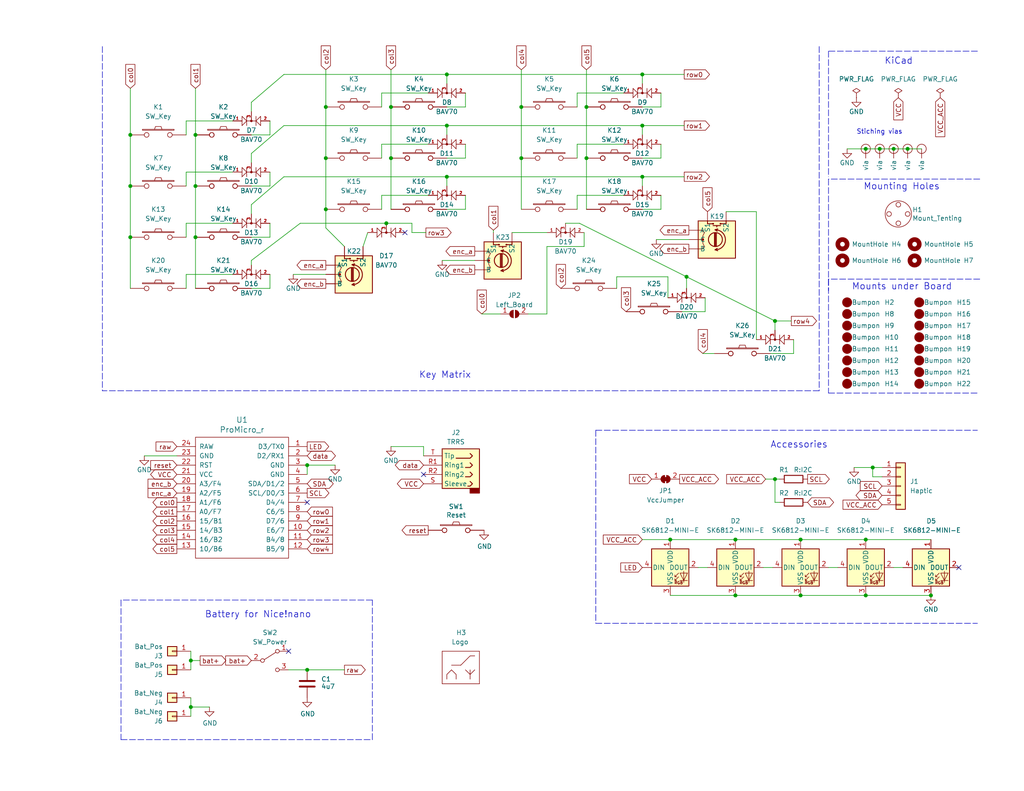
<source format=kicad_sch>
(kicad_sch (version 20211123) (generator eeschema)
  (paper "USLetter")
  (title_block (title "Hillside52 Keyboard") (date "2022-03-27") (rev "0.1.0") (company "mmccoyd") (comment 2 "The ring and pinky columns have splays of five and ten degrees.") (comment 3 "A bottom row inverted T arrow cluster is optional, and one encoder can be in three spots.") (comment 4 "A choc-spaced split keyboard with Ferris column stagger but more thumb and pinky keys."))
  (lib_symbols
    (symbol "Connector_Generic:Conn_01x01" (pin_names (offset 1.016) hide)
      (property "Reference" "J" (at 0 2.54 0))
      (property "Value" "Conn_01x01" (at 0 -2.54 0))
      (symbol "Conn_01x01_1_1"
        (pin passive line (at -5.08 0 0) (length 3.81) (name "Pin_1") (number "1"))
      )
    )
    (symbol "Connector_Generic:Conn_01x05" (pin_names (offset 1.016) hide)
      (property "Reference" "J" (at 0 7.62 0))
      (property "Value" "Conn_01x05" (at 0 -7.62 0))
      (symbol "Conn_01x05_1_1"
        (pin passive line (at -5.08 5.08 0) (length 3.81) (name "Pin_1") (number "1"))
        (pin passive line (at -5.08 2.54 0) (length 3.81) (name "Pin_2") (number "2"))
        (pin passive line (at -5.08 0 0) (length 3.81) (name "Pin_3") (number "3"))
        (pin passive line (at -5.08 -2.54 0) (length 3.81) (name "Pin_4") (number "4"))
        (pin passive line (at -5.08 -5.08 0) (length 3.81) (name "Pin_5") (number "5"))
      )
    )
    (symbol "Device:C" (pin_numbers hide) (pin_names (offset 0.254))
      (property "Reference" "C" (at 0.635 2.54 0))
      (property "Value" "C" (at 0.635 -2.54 0))
      (symbol "C_1_1"
        (pin passive line (at 0 3.81 270) (length 2.794) (name "~") (number "1"))
        (pin passive line (at 0 -3.81 90) (length 2.794) (name "~") (number "2"))
      )
    )
    (symbol "Device:R" (pin_numbers hide) (pin_names (offset 0))
      (property "Reference" "R" (at 2.032 0 90))
      (property "Value" "R" (at 0 0 90))
      (symbol "R_1_1"
        (pin passive line (at 0 3.81 270) (length 1.27) (name "~") (number "1"))
        (pin passive line (at 0 -3.81 90) (length 1.27) (name "~") (number "2"))
      )
    )
    (symbol "Jumper:SolderJumper_2_Bridged" (pin_names (offset 0) hide)
      (property "Reference" "JP" (at 0 2.032 0))
      (property "Value" "SolderJumper_2_Bridged" (at 0 -2.54 0))
      (symbol "SolderJumper_2_Bridged_1_1"
        (pin passive line (at -3.81 0 0) (length 2.54) (name "A") (number "1"))
        (pin passive line (at 3.81 0 180) (length 2.54) (name "B") (number "2"))
      )
    )
    (symbol "Jumper:SolderJumper_2_Open" (pin_names (offset 0) hide)
      (property "Reference" "JP" (at 0 2.032 0))
      (property "Value" "SolderJumper_2_Open" (at 0 -2.54 0))
      (symbol "SolderJumper_2_Open_1_1"
        (pin passive line (at -3.81 0 0) (length 2.54) (name "A") (number "1"))
        (pin passive line (at 3.81 0 180) (length 2.54) (name "B") (number "2"))
      )
    )
    (symbol "Mechanical:MountingHole" (pin_names (offset 1.016))
      (property "Reference" "H" (at 0 5.08 0))
      (property "Value" "MountingHole" (at 0 3.175 0))
    )
    (symbol "Switch:SW_SPDT" (pin_names (offset 0) hide)
      (property "Reference" "SW" (at 0 4.318 0))
      (property "Value" "SW_SPDT" (at 0 -5.08 0))
      (symbol "SW_SPDT_1_1"
        (pin passive line (at 5.08 2.54 180) (length 2.54) (name "A") (number "1"))
        (pin passive line (at -5.08 0 0) (length 2.54) (name "B") (number "2"))
        (pin passive line (at 5.08 -2.54 180) (length 2.54) (name "C") (number "3"))
      )
    )
    (symbol "hillside:Logo" (pin_names (offset 1.016)) (in_bom no)
      (property "Reference" "H" (at 0 -6.35 0))
      (property "Value" "Logo" (at 0 -3.81 0))
    )
    (symbol "hillside:Mount_Tenting" (pin_names (offset 1.016)) (in_bom no)
      (property "Reference" "H" (at 3.81 1.905 0))
      (property "Value" "Mount_Tenting" (at 3.81 -1.905 0))
    )
    (symbol "hillside:ProMicro_r" (pin_names (offset 1.016))
      (property "Reference" "U" (at 1.27 22.86 0))
      (property "Value" "ProMicro_r" (at 1.27 -15.24 0))
      (symbol "ProMicro_r_1_1"
        (pin bidirectional line (at 19.05 17.78 180) (length 5.08) (name "D3/TX0") (number "1"))
        (pin bidirectional line (at 19.05 -5.08 180) (length 5.08) (name "E6/7") (number "10"))
        (pin bidirectional line (at 19.05 -7.62 180) (length 5.08) (name "B4/8") (number "11"))
        (pin bidirectional line (at 19.05 -10.16 180) (length 5.08) (name "B5/9") (number "12"))
        (pin bidirectional line (at -16.51 -10.16 0) (length 5.08) (name "10/B6") (number "13"))
        (pin bidirectional line (at -16.51 -7.62 0) (length 5.08) (name "16/B2") (number "14"))
        (pin bidirectional line (at -16.51 -5.08 0) (length 5.08) (name "14/B3") (number "15"))
        (pin bidirectional line (at -16.51 -2.54 0) (length 5.08) (name "15/B1") (number "16"))
        (pin bidirectional line (at -16.51 0 0) (length 5.08) (name "A0/F7") (number "17"))
        (pin bidirectional line (at -16.51 2.54 0) (length 5.08) (name "A1/F6") (number "18"))
        (pin bidirectional line (at -16.51 5.08 0) (length 5.08) (name "A2/F5") (number "19"))
        (pin bidirectional line (at 19.05 15.24 180) (length 5.08) (name "D2/RX1") (number "2"))
        (pin bidirectional line (at -16.51 7.62 0) (length 5.08) (name "A3/F4") (number "20"))
        (pin power_in line (at -16.51 10.16 0) (length 5.08) (name "VCC") (number "21"))
        (pin input line (at -16.51 12.7 0) (length 5.08) (name "RST") (number "22"))
        (pin power_in line (at -16.51 15.24 0) (length 5.08) (name "GND") (number "23"))
        (pin power_out line (at -16.51 17.78 0) (length 5.08) (name "RAW") (number "24"))
        (pin power_in line (at 19.05 12.7 180) (length 5.08) (name "GND") (number "3"))
        (pin power_in line (at 19.05 10.16 180) (length 5.08) (name "GND") (number "4"))
        (pin bidirectional line (at 19.05 7.62 180) (length 5.08) (name "SDA/D1/2") (number "5"))
        (pin bidirectional line (at 19.05 5.08 180) (length 5.08) (name "SCL/D0/3") (number "6"))
        (pin bidirectional line (at 19.05 2.54 180) (length 5.08) (name "D4/4") (number "7"))
        (pin bidirectional line (at 19.05 0 180) (length 5.08) (name "C6/5") (number "8"))
        (pin bidirectional line (at 19.05 -2.54 180) (length 5.08) (name "D7/6") (number "9"))
      )
    )
    (symbol "hillside:SW_Key" (pin_numbers hide) (pin_names (offset 1.016) hide)
      (property "Reference" "K" (at 0 -1.016 0))
      (property "Value" "SW_Key" (at 0 -3.302 0))
      (symbol "SW_Key_0_1"
        (pin passive inverted (at -7.62 0 0) (length 5.08) (name "1") (number "1"))
        (pin passive inverted (at 7.62 0 180) (length 5.08) (name "2") (number "2"))
      )
    )
    (symbol "hillside:SW_PUSH" (pin_numbers hide) (pin_names (offset 1.016) hide)
      (property "Reference" "SW" (at 3.81 2.794 0))
      (property "Value" "SW_PUSH" (at 0 -2.032 0))
      (symbol "SW_PUSH_0_1"
        (pin passive inverted (at -7.62 0 0) (length 5.08) (name "1") (number "1"))
        (pin passive inverted (at 7.62 0 180) (length 5.08) (name "2") (number "2"))
      )
    )
    (symbol "hillside:SW_Rotary" (pin_numbers hide)
      (property "Reference" "K" (at 0 6.35 0))
      (symbol "SW_Rotary_1_1"
        (pin passive line (at -7.62 2.54 0) (length 2.54) (name "A") (number "A"))
        (pin passive line (at -7.62 -2.54 0) (length 2.54) (name "B") (number "B"))
        (pin passive line (at -7.62 0 0) (length 2.54) (name "C") (number "C"))
        (pin passive line (at -2.54 7.62 270) (length 2.54) (name "S1") (number "S1"))
        (pin passive line (at 2.54 7.62 270) (length 2.54) (name "S2") (number "S2"))
      )
    )
    (symbol "hillside:TRRS"
      (property "Reference" "J" (at 7.62 5.715 0))
      (property "Value" "TRRS" (at 6.985 -7.62 0))
      (symbol "TRRS_1_1"
        (pin passive line (at -2.54 0 0) (length 5.08) (name "Ring1") (number "R1"))
        (pin passive line (at -2.54 -2.54 0) (length 5.08) (name "Ring2") (number "R2"))
        (pin passive line (at -2.54 -5.08 0) (length 5.08) (name "Sleeve") (number "S"))
        (pin passive line (at -2.54 2.54 0) (length 5.08) (name "Tip") (number "T"))
      )
    )
    (symbol "hillside_basic:BAV70_Small" (pin_names (offset 0.762) hide)
      (property "Reference" "D" (at 0.635 -2.54 0))
      (property "Value" "BAV70_Small" (at 0 2.54 0))
      (symbol "BAV70_Small_1_1"
        (pin input line (at -5.08 0 0) (length 2.54) (name "A1") (number "1"))
        (pin input line (at 5.08 0 180) (length 2.54) (name "A2") (number "2"))
        (pin passive line (at 0 -2.54 90) (length 2.54) (name "K") (number "3"))
      )
    )
    (symbol "hillside_basic:Bumpon" (in_bom no)
      (property "Reference" "H" (at 10.16 0 0))
      (property "Value" "Bumpon" (at 1.27 0 0))
    )
    (symbol "hillside_basic:SK6812-MINI-E" (pin_names (offset 0.254))
      (property "Reference" "D" (at 5.08 5.715 0))
      (property "Value" "SK6812-MINI-E" (at 1.27 -5.715 0))
      (symbol "SK6812-MINI-E_0_0"
        (text "RGB" (at 2.286 -4.191 0) (effects (font (size 0.762 0.762))))
      )
      (symbol "SK6812-MINI-E_1_1"
        (pin power_in line (at 0 7.62 270) (length 2.54) (name "VDD") (number "1"))
        (pin output line (at 7.62 0 180) (length 2.54) (name "DOUT") (number "2"))
        (pin power_in line (at 0 -7.62 90) (length 2.54) (name "VSS") (number "3"))
        (pin input line (at -7.62 0 0) (length 2.54) (name "DIN") (number "4"))
      )
    )
    (symbol "hillside_basic:Via" (pin_numbers hide) (in_bom no)
      (symbol "Via_1_1"
        (pin passive line (at 0 0 0) (length 2.54) (name "via") (number "1"))
      )
    )
    (symbol "power:GND" (power) (pin_names (offset 0))
      (property "Value" "GND" (at 0 -3.81 0))
      (symbol "GND_1_1"
        (pin power_in line (at 0 0 270) (length 0) hide (name "GND") (number "1"))
      )
    )
    (symbol "power:PWR_FLAG" (power) (pin_numbers hide) (pin_names (offset 0) hide)
      (property "Value" "PWR_FLAG" (at 0 3.81 0))
      (symbol "PWR_FLAG_0_0"
        (pin power_out line (at 0 0 90) (length 0) (name "pwr") (number "1"))
      )
    )
  )
  (junction (at 106.68 29.21))
  (junction (at 236.22 147.32))
  (junction (at 121.92 48.26))
  (junction (at 218.44 147.32))
  (junction (at 83.82 182.88))
  (junction (at 121.92 20.32))
  (junction (at 211.455 87.63))
  (junction (at 200.66 147.32))
  (junction (at 236.22 162.56))
  (junction (at 53.34 50.8))
  (junction (at 175.26 48.26))
  (junction (at 211.455 130.81))
  (junction (at 187.325 75.565))
  (junction (at 243.84 40.64))
  (junction (at 200.66 162.56))
  (junction (at 83.82 127))
  (junction (at 160.02 43.18))
  (junction (at 88.9 29.21))
  (junction (at 52.07 180.34))
  (junction (at 88.9 43.18))
  (junction (at 238.125 127.635))
  (junction (at 182.88 147.32))
  (junction (at 35.56 50.8))
  (junction (at 105.41 60.96))
  (junction (at 142.24 43.18))
  (junction (at 53.34 36.83))
  (junction (at 106.68 43.18))
  (junction (at 88.9 57.15))
  (junction (at 254 162.56))
  (junction (at 175.26 20.32))
  (junction (at 121.92 34.29))
  (junction (at 175.26 34.29))
  (junction (at 160.02 29.21))
  (junction (at 247.65 40.64))
  (junction (at 35.56 36.83))
  (junction (at 53.34 64.77))
  (junction (at 142.24 29.21))
  (junction (at 52.07 193.04))
  (junction (at 240.03 40.64))
  (junction (at 35.56 64.77))
  (junction (at 218.44 162.56))
  (junction (at 236.22 40.64))
  (no_connect (at 261.62 154.94))
  (no_connect (at 115.57 129.54))
  (no_connect (at 110.49 63.5))
  (no_connect (at 83.82 137.16))
  (no_connect (at 78.74 177.8))
  (wire (pts (xy 68.58 71.12) (xy 68.58 72.39)))
  (wire (pts (xy 198.12 57.785) (xy 206.375 57.785)))
  (wire (pts (xy 88.9 19.05) (xy 88.9 29.21)))
  (wire (pts (xy 68.58 27.94) (xy 77.47 20.32)))
  (wire (pts (xy 157.48 39.37) (xy 170.18 39.37)))
  (wire (pts (xy 106.68 19.05) (xy 106.68 29.21)))
  (wire (pts (xy 81.915 60.96) (xy 105.41 60.96)))
  (wire (pts (xy 127 29.21) (xy 121.92 29.21)))
  (polyline (pts (xy 162.56 170.18) (xy 266.7 170.18)))
  (wire (pts (xy 149.225 85.725) (xy 144.145 85.725)))
  (wire (pts (xy 73.66 46.99) (xy 73.66 50.8)))
  (wire (pts (xy 180.34 29.21) (xy 180.34 25.4)))
  (wire (pts (xy 120.65 71.12) (xy 129.54 71.12)))
  (wire (pts (xy 175.26 147.32) (xy 182.88 147.32)))
  (wire (pts (xy 53.34 36.83) (xy 53.34 50.8)))
  (wire (pts (xy 53.34 50.8) (xy 53.34 64.77)))
  (polyline (pts (xy 223.52 12.7) (xy 223.52 106.68)))
  (wire (pts (xy 142.24 57.15) (xy 142.24 43.18)))
  (wire (pts (xy 182.245 75.565) (xy 182.245 81.28)))
  (wire (pts (xy 131.445 85.725) (xy 136.525 85.725)))
  (wire (pts (xy 78.74 182.88) (xy 83.82 182.88)))
  (wire (pts (xy 212.725 130.81) (xy 211.455 130.81)))
  (wire (pts (xy 83.82 129.54) (xy 83.82 127)))
  (wire (pts (xy 121.92 50.8) (xy 121.92 48.26)))
  (wire (pts (xy 180.34 43.18) (xy 175.26 43.18)))
  (wire (pts (xy 112.395 60.96) (xy 112.395 63.5)))
  (polyline (pts (xy 162.56 117.475) (xy 266.7 117.475)))
  (wire (pts (xy 106.68 121.92) (xy 115.57 121.92)))
  (wire (pts (xy 134.62 62.865) (xy 134.62 63.5)))
  (wire (pts (xy 236.22 147.32) (xy 254 147.32)))
  (wire (pts (xy 218.44 147.32) (xy 236.22 147.32)))
  (wire (pts (xy 206.375 92.71) (xy 206.375 57.785)))
  (wire (pts (xy 88.9 57.15) (xy 88.9 43.18)))
  (wire (pts (xy 104.14 25.4) (xy 116.84 25.4)))
  (wire (pts (xy 158.115 60.96) (xy 187.325 75.565)))
  (wire (pts (xy 50.8 78.74) (xy 50.8 74.93)))
  (wire (pts (xy 73.66 64.77) (xy 68.58 64.77)))
  (wire (pts (xy 35.56 36.83) (xy 35.56 50.8)))
  (wire (pts (xy 121.92 22.86) (xy 121.92 20.32)))
  (wire (pts (xy 182.88 147.32) (xy 200.66 147.32)))
  (wire (pts (xy 106.68 29.21) (xy 106.68 43.18)))
  (polyline (pts (xy 101.6 163.83) (xy 33.02 163.83)))
  (wire (pts (xy 211.455 87.63) (xy 211.455 90.17)))
  (wire (pts (xy 216.535 96.52) (xy 210.185 96.52)))
  (wire (pts (xy 80.01 74.93) (xy 88.9 74.93)))
  (wire (pts (xy 68.58 55.88) (xy 77.47 48.26)))
  (wire (pts (xy 191.77 96.52) (xy 194.945 96.52)))
  (wire (pts (xy 157.48 29.21) (xy 157.48 25.4)))
  (wire (pts (xy 68.58 27.94) (xy 68.58 30.48)))
  (wire (pts (xy 159.385 67.31) (xy 149.225 67.31)))
  (wire (pts (xy 127 43.18) (xy 127 39.37)))
  (wire (pts (xy 180.34 53.34) (xy 180.34 57.15)))
  (wire (pts (xy 238.125 130.175) (xy 238.125 127.635)))
  (wire (pts (xy 104.14 57.15) (xy 104.14 53.34)))
  (wire (pts (xy 175.26 22.86) (xy 175.26 20.32)))
  (polyline (pts (xy 267.335 48.895) (xy 226.06 48.895)))
  (wire (pts (xy 50.8 74.93) (xy 63.5 74.93)))
  (wire (pts (xy 35.56 24.13) (xy 35.56 36.83)))
  (wire (pts (xy 68.58 41.91) (xy 68.58 44.45)))
  (polyline (pts (xy 33.02 163.83) (xy 33.02 201.93)))
  (wire (pts (xy 77.47 20.32) (xy 121.92 20.32)))
  (wire (pts (xy 216.535 92.71) (xy 216.535 96.52)))
  (wire (pts (xy 52.07 190.5) (xy 52.07 193.04)))
  (wire (pts (xy 157.48 25.4) (xy 170.18 25.4)))
  (wire (pts (xy 187.325 75.565) (xy 211.455 87.63)))
  (wire (pts (xy 83.82 127) (xy 91.44 127)))
  (wire (pts (xy 240.665 130.175) (xy 238.125 130.175)))
  (wire (pts (xy 35.56 64.77) (xy 35.56 78.74)))
  (polyline (pts (xy 226.06 48.895) (xy 226.06 79.375)))
  (wire (pts (xy 77.47 48.26) (xy 121.92 48.26)))
  (wire (pts (xy 121.92 43.18) (xy 127 43.18)))
  (polyline (pts (xy 101.6 201.93) (xy 101.6 163.83)))
  (wire (pts (xy 157.48 43.18) (xy 157.48 39.37)))
  (wire (pts (xy 83.82 182.88) (xy 93.98 182.88)))
  (wire (pts (xy 112.395 63.5) (xy 116.205 63.5)))
  (wire (pts (xy 115.57 121.92) (xy 115.57 124.46)))
  (wire (pts (xy 247.65 40.64) (xy 251.46 40.64)))
  (wire (pts (xy 218.44 162.56) (xy 236.22 162.56)))
  (wire (pts (xy 236.22 40.64) (xy 240.03 40.64)))
  (wire (pts (xy 175.26 36.83) (xy 175.26 34.29)))
  (wire (pts (xy 211.455 87.63) (xy 215.9 87.63)))
  (wire (pts (xy 73.66 50.8) (xy 68.58 50.8)))
  (wire (pts (xy 127 57.15) (xy 127 53.34)))
  (wire (pts (xy 243.84 154.94) (xy 246.38 154.94)))
  (polyline (pts (xy 27.94 12.7) (xy 27.94 106.68)))
  (wire (pts (xy 160.02 43.18) (xy 160.02 57.15)))
  (wire (pts (xy 200.66 162.56) (xy 218.44 162.56)))
  (wire (pts (xy 53.34 64.77) (xy 53.34 78.74)))
  (wire (pts (xy 104.14 53.34) (xy 116.84 53.34)))
  (wire (pts (xy 73.66 60.96) (xy 73.66 64.77)))
  (wire (pts (xy 121.92 48.26) (xy 175.26 48.26)))
  (wire (pts (xy 88.9 62.23) (xy 88.9 57.15)))
  (wire (pts (xy 52.07 193.04) (xy 57.15 193.04)))
  (wire (pts (xy 186.69 20.32) (xy 175.26 20.32)))
  (wire (pts (xy 180.34 39.37) (xy 180.34 43.18)))
  (polyline (pts (xy 266.7 13.97) (xy 226.06 13.97)))
  (wire (pts (xy 187.325 75.565) (xy 187.325 78.74)))
  (wire (pts (xy 168.275 78.74) (xy 168.275 75.565)))
  (wire (pts (xy 112.395 60.96) (xy 105.41 60.96)))
  (wire (pts (xy 236.22 162.56) (xy 254 162.56)))
  (polyline (pts (xy 267.335 76.2) (xy 226.06 76.2)))
  (polyline (pts (xy 33.02 201.93) (xy 101.6 201.93)))
  (polyline (pts (xy 226.06 13.97) (xy 226.06 48.26)))
  (wire (pts (xy 139.7 63.5) (xy 149.225 63.5)))
  (wire (pts (xy 208.28 154.94) (xy 210.82 154.94)))
  (wire (pts (xy 142.24 19.05) (xy 142.24 29.21)))
  (wire (pts (xy 149.225 67.31) (xy 149.225 85.725)))
  (wire (pts (xy 238.125 127.635) (xy 233.045 127.635)))
  (wire (pts (xy 127 29.21) (xy 127 25.4)))
  (wire (pts (xy 52.07 193.04) (xy 52.07 195.58)))
  (wire (pts (xy 243.84 40.64) (xy 247.65 40.64)))
  (wire (pts (xy 186.055 85.09) (xy 192.405 85.09)))
  (wire (pts (xy 99.06 67.31) (xy 100.33 63.5)))
  (wire (pts (xy 192.405 85.09) (xy 192.405 81.28)))
  (wire (pts (xy 50.8 46.99) (xy 63.5 46.99)))
  (wire (pts (xy 154.305 60.96) (xy 158.115 60.96)))
  (wire (pts (xy 200.66 147.32) (xy 218.44 147.32)))
  (polyline (pts (xy 226.06 107.315) (xy 266.7 107.315)))
  (wire (pts (xy 211.455 130.81) (xy 211.455 137.16)))
  (wire (pts (xy 68.58 71.12) (xy 81.915 60.96)))
  (polyline (pts (xy 162.56 117.475) (xy 162.56 170.18)))
  (wire (pts (xy 52.07 180.34) (xy 52.07 182.88)))
  (wire (pts (xy 50.8 50.8) (xy 50.8 46.99)))
  (wire (pts (xy 35.56 50.8) (xy 35.56 64.77)))
  (wire (pts (xy 121.92 36.83) (xy 121.92 34.29)))
  (wire (pts (xy 50.8 60.96) (xy 63.5 60.96)))
  (wire (pts (xy 53.34 24.13) (xy 53.34 36.83)))
  (wire (pts (xy 50.8 36.83) (xy 50.8 33.02)))
  (wire (pts (xy 186.69 48.26) (xy 175.26 48.26)))
  (wire (pts (xy 68.58 41.91) (xy 77.47 34.29)))
  (wire (pts (xy 182.88 162.56) (xy 200.66 162.56)))
  (wire (pts (xy 88.9 62.23) (xy 93.98 67.31)))
  (wire (pts (xy 116.84 39.37) (xy 104.14 39.37)))
  (wire (pts (xy 175.26 29.21) (xy 180.34 29.21)))
  (wire (pts (xy 50.8 33.02) (xy 63.5 33.02)))
  (wire (pts (xy 142.24 43.18) (xy 142.24 29.21)))
  (wire (pts (xy 160.02 29.21) (xy 160.02 43.18)))
  (wire (pts (xy 121.92 20.32) (xy 175.26 20.32)))
  (wire (pts (xy 88.9 43.18) (xy 88.9 29.21)))
  (wire (pts (xy 211.455 137.16) (xy 212.725 137.16)))
  (wire (pts (xy 50.8 64.77) (xy 50.8 60.96)))
  (wire (pts (xy 48.26 124.46) (xy 39.37 124.46)))
  (wire (pts (xy 170.18 53.34) (xy 157.48 53.34)))
  (wire (pts (xy 52.07 177.8) (xy 52.07 180.34)))
  (wire (pts (xy 179.07 65.405) (xy 187.96 65.405)))
  (wire (pts (xy 231.14 40.64) (xy 236.22 40.64)))
  (wire (pts (xy 121.92 57.15) (xy 127 57.15)))
  (polyline (pts (xy 226.06 76.2) (xy 226.06 107.315)))
  (wire (pts (xy 73.66 78.74) (xy 68.58 78.74)))
  (wire (pts (xy 73.66 36.83) (xy 68.58 36.83)))
  (wire (pts (xy 121.92 34.29) (xy 175.26 34.29)))
  (wire (pts (xy 190.5 154.94) (xy 193.04 154.94)))
  (wire (pts (xy 104.14 29.21) (xy 104.14 25.4)))
  (wire (pts (xy 180.34 57.15) (xy 175.26 57.15)))
  (wire (pts (xy 52.07 180.34) (xy 54.61 180.34)))
  (wire (pts (xy 160.02 19.05) (xy 160.02 29.21)))
  (wire (pts (xy 238.125 127.635) (xy 240.665 127.635)))
  (polyline (pts (xy 223.52 106.68) (xy 27.94 106.68)))
  (wire (pts (xy 226.06 154.94) (xy 228.6 154.94)))
  (wire (pts (xy 168.275 75.565) (xy 182.245 75.565)))
  (wire (pts (xy 175.26 34.29) (xy 186.69 34.29)))
  (wire (pts (xy 157.48 57.15) (xy 157.48 53.34)))
  (wire (pts (xy 73.66 33.02) (xy 73.66 36.83)))
  (wire (pts (xy 175.26 48.26) (xy 175.26 50.8)))
  (wire (pts (xy 159.385 63.5) (xy 159.385 67.31)))
  (wire (pts (xy 104.14 43.18) (xy 104.14 39.37)))
  (wire (pts (xy 240.03 40.64) (xy 243.84 40.64)))
  (wire (pts (xy 68.58 55.88) (xy 68.58 58.42)))
  (wire (pts (xy 77.47 34.29) (xy 121.92 34.29)))
  (wire (pts (xy 106.68 43.18) (xy 106.68 57.15)))
  (wire (pts (xy 211.455 130.81) (xy 208.915 130.81)))
  (wire (pts (xy 73.66 74.93) (xy 73.66 78.74)))
  (text "KiCad" (at 241.3 17.78 0) (effects (font (size 1.778 1.778)) (justify left bottom)))
  (text "Mounting Holes" (at 235.585 52.07 0) (effects (font (size 1.78 1.78)) (justify left bottom)))
  (text "Key Matrix" (at 114.3 103.505 0) (effects (font (size 1.778 1.778)) (justify left bottom)))
  (text "Battery for Nice!nano" (at 55.88 168.91 0) (effects (font (size 1.778 1.778)) (justify left bottom)))
  (text "Stiching vias" (at 233.68 36.83 0) (effects (font (size 1.27 1.27)) (justify left bottom)))
  (text "Mounts under Board" (at 232.41 79.375 0) (effects (font (size 1.78 1.78)) (justify left bottom)))
  (text "Accessories" (at 210.185 122.555 0) (effects (font (size 1.778 1.778)) (justify left bottom)))
  (global_label "row1" (shape input) (at 83.82 142.24 0) (property "Intersheet References" "${INTERSHEET_REFS}" (effects hide)))
  (global_label "enc_a" (shape input) (at 48.26 134.62 180) (property "Intersheet References" "${INTERSHEET_REFS}" (effects hide)))
  (global_label "col5" (shape output) (at 48.26 149.86 180) (property "Intersheet References" "${INTERSHEET_REFS}" (effects hide)))
  (global_label "col4" (shape input) (at 191.77 96.52 90) (property "Intersheet References" "${INTERSHEET_REFS}" (effects hide)))
  (global_label "VCC" (shape bidirectional) (at 115.57 132.08 180) (property "Intersheet References" "${INTERSHEET_REFS}" (effects hide)))
  (global_label "col0" (shape input) (at 131.445 85.725 90) (property "Intersheet References" "${INTERSHEET_REFS}" (effects hide)))
  (global_label "enc_b" (shape output) (at 129.54 73.66 180) (property "Intersheet References" "${INTERSHEET_REFS}" (effects hide)))
  (global_label "VCC" (shape input) (at 245.11 26.67 270) (property "Intersheet References" "${INTERSHEET_REFS}" (effects hide)))
  (global_label "reset" (shape input) (at 48.26 127 180) (property "Intersheet References" "${INTERSHEET_REFS}" (effects hide)))
  (global_label "row0" (shape input) (at 83.82 139.7 0) (property "Intersheet References" "${INTERSHEET_REFS}" (effects hide)))
  (global_label "col2" (shape output) (at 48.26 142.24 180) (property "Intersheet References" "${INTERSHEET_REFS}" (effects hide)))
  (global_label "VCC_ACC" (shape output) (at 185.42 130.81 0) (property "Intersheet References" "${INTERSHEET_REFS}" (effects hide)))
  (global_label "SCL" (shape input) (at 240.665 132.715 180) (property "Intersheet References" "${INTERSHEET_REFS}" (effects hide)))
  (global_label "col4" (shape output) (at 48.26 147.32 180) (property "Intersheet References" "${INTERSHEET_REFS}" (effects hide)))
  (global_label "VCC" (shape bidirectional) (at 48.26 129.54 180) (property "Intersheet References" "${INTERSHEET_REFS}" (effects hide)))
  (global_label "row2" (shape input) (at 83.82 144.78 0) (property "Intersheet References" "${INTERSHEET_REFS}" (effects hide)))
  (global_label "col5" (shape input) (at 193.04 57.785 90) (property "Intersheet References" "${INTERSHEET_REFS}" (effects hide)))
  (global_label "VCC_ACC" (shape input) (at 240.665 137.795 180) (property "Intersheet References" "${INTERSHEET_REFS}" (effects hide)))
  (global_label "SDA" (shape bidirectional) (at 220.345 137.16 0) (property "Intersheet References" "${INTERSHEET_REFS}" (effects hide)))
  (global_label "row4" (shape output) (at 215.9 87.63 0) (property "Intersheet References" "${INTERSHEET_REFS}" (effects hide)))
  (global_label "row4" (shape input) (at 83.82 149.86 0) (property "Intersheet References" "${INTERSHEET_REFS}" (effects hide)))
  (global_label "SDA" (shape bidirectional) (at 83.82 132.08 0) (property "Intersheet References" "${INTERSHEET_REFS}" (effects hide)))
  (global_label "raw" (shape input) (at 48.26 121.92 180) (property "Intersheet References" "${INTERSHEET_REFS}" (effects hide)))
  (global_label "col3" (shape input) (at 106.68 19.05 90) (property "Intersheet References" "${INTERSHEET_REFS}" (effects hide)))
  (global_label "row3" (shape output) (at 116.205 63.5 0) (property "Intersheet References" "${INTERSHEET_REFS}" (effects hide)))
  (global_label "col1" (shape output) (at 48.26 139.7 180) (property "Intersheet References" "${INTERSHEET_REFS}" (effects hide)))
  (global_label "col2" (shape input) (at 88.9 19.05 90) (property "Intersheet References" "${INTERSHEET_REFS}" (effects hide)))
  (global_label "SCL" (shape output) (at 83.82 134.62 0) (property "Intersheet References" "${INTERSHEET_REFS}" (effects hide)))
  (global_label "col5" (shape input) (at 160.02 19.05 90) (property "Intersheet References" "${INTERSHEET_REFS}" (effects hide)))
  (global_label "LED" (shape input) (at 175.26 154.94 180) (property "Intersheet References" "${INTERSHEET_REFS}" (effects hide)))
  (global_label "enc_b" (shape output) (at 88.9 77.47 180) (property "Intersheet References" "${INTERSHEET_REFS}" (effects hide)))
  (global_label "col4" (shape input) (at 142.24 19.05 90) (property "Intersheet References" "${INTERSHEET_REFS}" (effects hide)))
  (global_label "SCL" (shape output) (at 220.345 130.81 0) (property "Intersheet References" "${INTERSHEET_REFS}" (effects hide)))
  (global_label "row0" (shape output) (at 186.69 20.32 0) (property "Intersheet References" "${INTERSHEET_REFS}" (effects hide)))
  (global_label "enc_a" (shape output) (at 187.96 62.865 180) (property "Intersheet References" "${INTERSHEET_REFS}" (effects hide)))
  (global_label "LED" (shape output) (at 83.82 121.92 0) (property "Intersheet References" "${INTERSHEET_REFS}" (effects hide)))
  (global_label "enc_a" (shape output) (at 129.54 68.58 180) (property "Intersheet References" "${INTERSHEET_REFS}" (effects hide)))
  (global_label "enc_b" (shape input) (at 48.26 132.08 180) (property "Intersheet References" "${INTERSHEET_REFS}" (effects hide)))
  (global_label "row2" (shape output) (at 186.69 48.26 0) (property "Intersheet References" "${INTERSHEET_REFS}" (effects hide)))
  (global_label "col1" (shape input) (at 134.62 62.865 90) (property "Intersheet References" "${INTERSHEET_REFS}" (effects hide)))
  (global_label "col2" (shape input) (at 153.035 78.74 90) (property "Intersheet References" "${INTERSHEET_REFS}" (effects hide)))
  (global_label "col3" (shape output) (at 48.26 144.78 180) (property "Intersheet References" "${INTERSHEET_REFS}" (effects hide)))
  (global_label "reset" (shape output) (at 116.84 144.78 180) (property "Intersheet References" "${INTERSHEET_REFS}" (effects hide)))
  (global_label "enc_b" (shape output) (at 187.96 67.945 180) (property "Intersheet References" "${INTERSHEET_REFS}" (effects hide)))
  (global_label "col0" (shape output) (at 48.26 137.16 180) (property "Intersheet References" "${INTERSHEET_REFS}" (effects hide)))
  (global_label "row3" (shape input) (at 83.82 147.32 0) (property "Intersheet References" "${INTERSHEET_REFS}" (effects hide)))
  (global_label "enc_a" (shape output) (at 88.9 72.39 180) (property "Intersheet References" "${INTERSHEET_REFS}" (effects hide)))
  (global_label "VCC_ACC" (shape input) (at 175.26 147.32 180) (property "Intersheet References" "${INTERSHEET_REFS}" (effects hide)))
  (global_label "VCC" (shape input) (at 177.8 130.81 180) (property "Intersheet References" "${INTERSHEET_REFS}" (effects hide)))
  (global_label "raw" (shape output) (at 93.98 182.88 0) (property "Intersheet References" "${INTERSHEET_REFS}" (effects hide)))
  (global_label "VCC_ACC" (shape input) (at 208.915 130.81 180) (property "Intersheet References" "${INTERSHEET_REFS}" (effects hide)))
  (global_label "bat+" (shape input) (at 68.58 180.34 180) (property "Intersheet References" "${INTERSHEET_REFS}" (effects hide)))
  (global_label "col3" (shape input) (at 170.815 85.09 90) (property "Intersheet References" "${INTERSHEET_REFS}" (effects hide)))
  (global_label "VCC_ACC" (shape input) (at 256.54 26.67 270) (property "Intersheet References" "${INTERSHEET_REFS}" (effects hide)))
  (global_label "bat+" (shape output) (at 54.61 180.34 0) (property "Intersheet References" "${INTERSHEET_REFS}" (effects hide)))
  (global_label "SDA" (shape bidirectional) (at 240.665 135.255 180) (property "Intersheet References" "${INTERSHEET_REFS}" (effects hide)))
  (global_label "col0" (shape input) (at 35.56 24.13 90) (property "Intersheet References" "${INTERSHEET_REFS}" (effects hide)))
  (global_label "data" (shape bidirectional) (at 115.57 127 180) (property "Intersheet References" "${INTERSHEET_REFS}" (effects hide)))
  (global_label "row1" (shape output) (at 186.69 34.29 0) (property "Intersheet References" "${INTERSHEET_REFS}" (effects hide)))
  (global_label "data" (shape bidirectional) (at 83.82 124.46 0) (property "Intersheet References" "${INTERSHEET_REFS}" (effects hide)))
  (global_label "col1" (shape input) (at 53.34 24.13 90) (property "Intersheet References" "${INTERSHEET_REFS}" (effects hide)))
  (symbol (lib_id "hillside:SW_PUSH") (at 124.46 144.78 0) (unit 1)
    (property "Reference" "SW1" (at 124.46 138.303 0))
    (property "Value" "Reset" (at 124.46 140.6144 0))
    (property "Footprint" "hillside_basic:SW_SPST_SKQG_WithStem" (effects hide))
    (property "JLC Type" "Basic" (effects hide))
    (property "LCSC" "C318884" (effects hide))
    (property "Price" ".02 @5+" (effects hide))
  )
  (symbol (lib_id "power:GND") (at 132.08 144.78 0) (unit 1)
    (property "Reference" "#PWR04" (effects hide))
    (property "Value" "GND" (at 132.207 149.1742 0))
  )
  (symbol (lib_id "hillside_basic:SK6812-MINI-E") (at 182.88 154.94 0) (unit 1)
    (property "Reference" "D1" (at 182.88 142.24 0))
    (property "Value" "SK6812-MINI-E" (at 182.88 144.78 0))
    (property "Footprint" "hillside_basic:SK6812-MINI-E" (effects hide))
    (property "Datasheet" "https://cdn-shop.adafruit.com/datasheets/WS2812B.pdf" (effects hide))
  )
  (symbol (lib_id "hillside_basic:SK6812-MINI-E") (at 200.66 154.94 0) (unit 1)
    (property "Reference" "D2" (at 200.66 142.24 0))
    (property "Value" "SK6812-MINI-E" (at 200.66 144.78 0))
    (property "Footprint" "hillside_basic:SK6812-MINI-E" (effects hide))
    (property "Datasheet" "https://cdn-shop.adafruit.com/datasheets/WS2812B.pdf" (effects hide))
  )
  (symbol (lib_id "power:GND") (at 233.68 26.67 0) (unit 1)
    (property "Reference" "#PWR06" (effects hide))
    (property "Value" "GND" (at 233.68 30.48 0))
  )
  (symbol (lib_id "power:GND") (at 254 162.56 0) (unit 1)
    (property "Reference" "#PWR05" (effects hide))
    (property "Value" "GND" (at 254 166.37 0))
  )
  (symbol (lib_id "hillside:Mount_Tenting") (at 245.11 58.42 0) (unit 1)
    (property "Reference" "H1" (at 248.92 56.515 0) (effects (justify left top)))
    (property "Value" "Mount_Tenting" (at 248.92 60.325 0) (effects (justify left bottom)))
    (property "Footprint" "hillside:Tenting_Puck" (effects hide))
  )
  (symbol (lib_id "hillside_basic:SK6812-MINI-E") (at 218.44 154.94 0) (unit 1)
    (property "Reference" "D3" (at 218.44 142.24 0))
    (property "Value" "SK6812-MINI-E" (at 218.44 144.78 0))
    (property "Footprint" "hillside_basic:SK6812-MINI-E" (effects hide))
    (property "Datasheet" "https://cdn-shop.adafruit.com/datasheets/WS2812B.pdf" (effects hide))
  )
  (symbol (lib_id "hillside_basic:SK6812-MINI-E") (at 236.22 154.94 0) (unit 1)
    (property "Reference" "D4" (at 236.22 142.24 0))
    (property "Value" "SK6812-MINI-E" (at 236.22 144.78 0))
    (property "Footprint" "hillside_basic:SK6812-MINI-E" (effects hide))
    (property "Datasheet" "https://cdn-shop.adafruit.com/datasheets/WS2812B.pdf" (effects hide))
  )
  (symbol (lib_id "hillside:SW_Rotary") (at 96.52 74.93 0) (unit 1)
    (property "Reference" "K22" (at 94.615 68.58 0) (effects (justify left)))
    (property "Value" "SW_Rotary" (effects hide))
    (property "Footprint" "hillside:pg1350-DR_rotary_hotswap" (effects hide))
  )
  (symbol (lib_id "power:GND") (at 80.01 74.93 0) (unit 1)
    (property "Reference" "#PWR0101" (effects hide))
    (property "Value" "GND" (at 80.01 78.74 0))
  )
  (symbol (lib_id "hillside_basic:SK6812-MINI-E") (at 254 154.94 0) (unit 1)
    (property "Reference" "D5" (at 252.73 142.24 0) (effects (justify left)))
    (property "Value" "SK6812-MINI-E" (at 246.38 144.78 0) (effects (justify left)))
    (property "Footprint" "hillside_basic:SK6812-MINI-E" (effects hide))
    (property "Datasheet" "https://cdn-shop.adafruit.com/datasheets/WS2812B.pdf" (effects hide))
  )
  (symbol (lib_id "hillside_basic:Via") (at 240.03 40.64 270) (unit 1)
    (property "Reference" "V2" (effects hide))
    (property "Value" "Via" (effects hide))
    (property "Footprint" "hillside_basic:VIA-0.8mm" (effects hide))
  )
  (symbol (lib_id "power:GND") (at 231.14 40.64 0) (unit 1)
    (property "Reference" "#PWR0102" (effects hide))
    (property "Value" "GND" (at 231.14 44.45 0))
  )
  (symbol (lib_id "hillside:ProMicro_r") (at 64.77 139.7 0) (unit 1)
    (property "Reference" "U1" (at 66.04 114.6302 0) (effects (font (size 1.524 1.524))))
    (property "Value" "ProMicro_r" (at 66.04 117.3226 0) (effects (font (size 1.524 1.524))))
    (property "Footprint" "hillside:ProMicro_v2" (effects hide))
  )
  (symbol (lib_id "Connector_Generic:Conn_01x05") (at 245.745 132.715 0) (unit 1)
    (property "Reference" "J1" (at 248.285 131.445 0) (effects (justify left)))
    (property "Value" "Haptic" (at 248.285 133.985 0) (effects (justify left)))
    (property "Footprint" "hillside:Pimoroni_Haptic" (effects hide))
  )
  (symbol (lib_id "hillside:SW_Key") (at 43.18 64.77 0) (unit 1)
    (property "Reference" "K13" (at 43.18 57.15 0))
    (property "Value" "SW_Key" (at 43.18 59.69 0))
    (property "Footprint" "hillside:pg1350-R_hotswap" (effects hide))
  )
  (symbol (lib_id "hillside:SW_Key") (at 60.96 64.77 0) (unit 1)
    (property "Reference" "K14" (at 60.96 57.15 0))
    (property "Value" "SW_Key" (at 60.96 59.69 0))
    (property "Footprint" "hillside:pg1350-R_hotswap" (effects hide))
  )
  (symbol (lib_id "hillside:SW_Key") (at 202.565 96.52 0) (unit 1)
    (property "Reference" "K26" (at 202.565 88.9 0))
    (property "Value" "SW_Key" (at 202.565 91.44 0))
    (property "Footprint" "hillside:pg1350-R_hotswap" (effects hide))
  )
  (symbol (lib_id "hillside:SW_Key") (at 96.52 43.18 0) (unit 1)
    (property "Reference" "K9" (at 96.52 35.56 0))
    (property "Value" "SW_Key" (at 96.52 38.1 0))
    (property "Footprint" "hillside:pg1350-R_hotswap" (effects hide))
  )
  (symbol (lib_id "hillside:SW_Key") (at 114.3 43.18 0) (unit 1)
    (property "Reference" "K10" (at 114.3 35.56 0))
    (property "Value" "SW_Key" (at 114.3 38.1 0))
    (property "Footprint" "hillside:pg1350-R_hotswap" (effects hide))
  )
  (symbol (lib_id "hillside:SW_Key") (at 96.52 57.15 0) (unit 1)
    (property "Reference" "K15" (at 96.52 49.53 0))
    (property "Value" "SW_Key" (at 96.52 52.07 0))
    (property "Footprint" "hillside:pg1350-R_hotswap" (effects hide))
  )
  (symbol (lib_id "hillside:SW_Key") (at 114.3 57.15 0) (unit 1)
    (property "Reference" "K16" (at 114.3 49.53 0))
    (property "Value" "SW_Key" (at 114.3 52.07 0))
    (property "Footprint" "hillside:pg1350-R_hotswap" (effects hide))
  )
  (symbol (lib_id "hillside:SW_Key") (at 43.18 36.83 0) (unit 1)
    (property "Reference" "K1" (at 43.18 29.21 0))
    (property "Value" "SW_Key" (at 43.18 31.75 0))
    (property "Footprint" "hillside:pg1350-R_hotswap" (effects hide))
  )
  (symbol (lib_id "hillside:SW_Key") (at 60.96 36.83 0) (unit 1)
    (property "Reference" "K2" (at 60.96 29.21 0))
    (property "Value" "SW_Key" (at 60.96 31.75 0))
    (property "Footprint" "hillside:pg1350-R_hotswap" (effects hide))
  )
  (symbol (lib_id "hillside:SW_Key") (at 149.86 29.21 0) (unit 1)
    (property "Reference" "K5" (at 149.86 21.59 0))
    (property "Value" "SW_Key" (at 149.86 24.13 0))
    (property "Footprint" "hillside:pg1350-R_hotswap" (effects hide))
  )
  (symbol (lib_id "hillside:SW_Key") (at 167.64 29.21 0) (unit 1)
    (property "Reference" "K6" (at 167.64 21.59 0))
    (property "Value" "SW_Key" (at 167.64 24.13 0))
    (property "Footprint" "hillside:pg1350-R_hotswap" (effects hide))
  )
  (symbol (lib_id "hillside:SW_Key") (at 149.86 43.18 0) (unit 1)
    (property "Reference" "K11" (at 149.86 35.56 0))
    (property "Value" "SW_Key" (at 149.86 38.1 0))
    (property "Footprint" "hillside:pg1350-R_hotswap" (effects hide))
  )
  (symbol (lib_id "hillside:SW_Key") (at 167.64 43.18 0) (unit 1)
    (property "Reference" "K12" (at 167.64 35.56 0))
    (property "Value" "SW_Key" (at 167.64 38.1 0))
    (property "Footprint" "hillside:pg1350-R_hotswap" (effects hide))
  )
  (symbol (lib_id "hillside:SW_Key") (at 149.86 57.15 0) (unit 1)
    (property "Reference" "K17" (at 149.86 49.53 0))
    (property "Value" "SW_Key" (at 149.86 52.07 0))
    (property "Footprint" "hillside:pg1350-R_hotswap" (effects hide))
  )
  (symbol (lib_id "hillside:SW_Key") (at 167.64 57.15 0) (unit 1)
    (property "Reference" "K18" (at 167.64 49.53 0))
    (property "Value" "SW_Key" (at 167.64 52.07 0))
    (property "Footprint" "hillside:pg1350-R_hotswap" (effects hide))
  )
  (symbol (lib_id "hillside:SW_Key") (at 96.52 29.21 0) (unit 1)
    (property "Reference" "K3" (at 96.52 21.59 0))
    (property "Value" "SW_Key" (at 96.52 24.13 0))
    (property "Footprint" "hillside:pg1350-R_hotswap" (effects hide))
  )
  (symbol (lib_id "hillside:SW_Key") (at 114.3 29.21 0) (unit 1)
    (property "Reference" "K4" (at 114.3 21.59 0))
    (property "Value" "SW_Key" (at 114.3 24.13 0))
    (property "Footprint" "hillside:pg1350-R_hotswap" (effects hide))
  )
  (symbol (lib_id "hillside:SW_Key") (at 43.18 50.8 0) (unit 1)
    (property "Reference" "K7" (at 43.18 43.18 0))
    (property "Value" "SW_Key" (at 43.18 45.72 0))
    (property "Footprint" "hillside:pg1350-R_hotswap" (effects hide))
  )
  (symbol (lib_id "hillside:SW_Key") (at 60.96 50.8 0) (unit 1)
    (property "Reference" "K8" (at 60.96 43.18 0))
    (property "Value" "SW_Key" (at 60.96 45.72 0))
    (property "Footprint" "hillside:pg1350-R_hotswap" (effects hide))
  )
  (symbol (lib_id "power:PWR_FLAG") (at 233.68 26.67 0) (unit 1)
    (property "Reference" "#FLG02" (effects hide))
    (property "Value" "PWR_FLAG" (at 233.68 21.59 0))
  )
  (symbol (lib_id "power:PWR_FLAG") (at 245.11 26.67 0) (unit 1)
    (property "Reference" "#FLG01" (effects hide))
    (property "Value" "PWR_FLAG" (at 245.11 21.59 0))
  )
  (symbol (lib_id "Device:R") (at 216.535 130.81 90) (unit 1)
    (property "Reference" "R1" (at 215.265 128.27 90) (effects (justify left)))
    (property "Value" "R:I2C" (at 216.535 128.27 90) (effects (justify right)))
    (property "Footprint" "hillside_basic:R_0805_2012Metric" (effects hide))
  )
  (symbol (lib_id "Device:R") (at 216.535 137.16 90) (unit 1)
    (property "Reference" "R2" (at 215.265 134.62 90) (effects (justify left)))
    (property "Value" "R:I2C" (at 216.535 134.62 90) (effects (justify right)))
    (property "Footprint" "hillside_basic:R_0805_2012Metric" (effects hide))
  )
  (symbol (lib_id "power:GND") (at 39.37 124.46 0) (unit 1)
    (property "Reference" "#PWR02" (effects hide))
    (property "Value" "GND" (at 39.37 128.27 0))
  )
  (symbol (lib_id "hillside:SW_Rotary") (at 137.16 71.12 0) (unit 1)
    (property "Reference" "K23" (at 137.16 64.77 0))
    (property "Value" "SW_Rotary" (effects hide))
    (property "Footprint" "hillside:pg1350-DR_rotary_hotswap" (effects hide))
  )
  (symbol (lib_id "hillside_basic:BAV70_Small") (at 68.58 33.02 0) (mirror x) (unit 1)
    (property "Reference" "D7" (at 68.58 35.56 0))
    (property "Value" "BAV70" (at 68.58 38.1 0))
    (property "Footprint" "hillside_basic:SOT-23" (effects hide))
    (property "Datasheet" "https://assets.nexperia.com/documents/data-sheet/BAV70_SER.pdf" (effects hide))
    (property "LCSC" "C68978" (effects hide))
    (property "JLC Type" "Basic" (effects hide))
    (property "Price" ".02 @15+" (effects hide))
  )
  (symbol (lib_id "hillside_basic:BAV70_Small") (at 121.92 25.4 0) (mirror x) (unit 1)
    (property "Reference" "D8" (at 121.92 27.94 0))
    (property "Value" "BAV70" (at 121.92 30.48 0))
    (property "Footprint" "hillside_basic:SOT-23" (effects hide))
    (property "Datasheet" "https://assets.nexperia.com/documents/data-sheet/BAV70_SER.pdf" (effects hide))
    (property "LCSC" "C68978" (effects hide))
    (property "JLC Type" "Basic" (effects hide))
    (property "Price" ".02 @15+" (effects hide))
  )
  (symbol (lib_id "hillside_basic:BAV70_Small") (at 175.26 25.4 0) (mirror x) (unit 1)
    (property "Reference" "D9" (at 175.26 27.94 0))
    (property "Value" "BAV70" (at 175.26 30.48 0))
    (property "Footprint" "hillside_basic:SOT-23" (effects hide))
    (property "Datasheet" "https://assets.nexperia.com/documents/data-sheet/BAV70_SER.pdf" (effects hide))
    (property "LCSC" "C68978" (effects hide))
    (property "JLC Type" "Basic" (effects hide))
    (property "Price" ".02 @15+" (effects hide))
  )
  (symbol (lib_id "hillside:SW_Key") (at 160.655 78.74 0) (unit 1)
    (property "Reference" "K24" (at 160.655 71.12 0))
    (property "Value" "SW_Key" (at 160.655 73.66 0))
    (property "Footprint" "hillside:pg1350-R_hotswap" (effects hide))
  )
  (symbol (lib_id "hillside:SW_Key") (at 178.435 85.09 0) (unit 1)
    (property "Reference" "K25" (at 178.435 77.47 0))
    (property "Value" "SW_Key" (at 178.435 80.01 0))
    (property "Footprint" "hillside:pg1350-R_hotswap" (effects hide))
  )
  (symbol (lib_id "hillside_basic:BAV70_Small") (at 175.26 39.37 0) (mirror x) (unit 1)
    (property "Reference" "D12" (at 175.26 41.91 0))
    (property "Value" "BAV70" (at 175.26 44.45 0))
    (property "Footprint" "hillside_basic:SOT-23" (effects hide))
    (property "Datasheet" "https://assets.nexperia.com/documents/data-sheet/BAV70_SER.pdf" (effects hide))
    (property "LCSC" "C68978" (effects hide))
    (property "JLC Type" "Basic" (effects hide))
    (property "Price" ".02 @15+" (effects hide))
  )
  (symbol (lib_id "hillside_basic:BAV70_Small") (at 68.58 46.99 0) (mirror x) (unit 1)
    (property "Reference" "D10" (at 68.58 49.53 0))
    (property "Value" "BAV70" (at 68.58 52.07 0))
    (property "Footprint" "hillside_basic:SOT-23" (effects hide))
    (property "Datasheet" "https://assets.nexperia.com/documents/data-sheet/BAV70_SER.pdf" (effects hide))
    (property "LCSC" "C68978" (effects hide))
    (property "JLC Type" "Basic" (effects hide))
    (property "Price" ".02 @15+" (effects hide))
  )
  (symbol (lib_id "hillside_basic:BAV70_Small") (at 68.58 60.96 0) (mirror x) (unit 1)
    (property "Reference" "D13" (at 68.58 63.5 0))
    (property "Value" "BAV70" (at 68.58 66.04 0))
    (property "Footprint" "hillside_basic:SOT-23" (effects hide))
    (property "Datasheet" "https://assets.nexperia.com/documents/data-sheet/BAV70_SER.pdf" (effects hide))
    (property "LCSC" "C68978" (effects hide))
    (property "JLC Type" "Basic" (effects hide))
    (property "Price" ".02 @15+" (effects hide))
  )
  (symbol (lib_id "Connector_Generic:Conn_01x01") (at 46.99 177.8 180) (unit 1)
    (property "Reference" "J3" (at 44.45 179.07 0) (effects (justify left)))
    (property "Value" "Bat_Pos" (at 44.45 176.53 0) (effects (justify left)))
    (property "Footprint" "hillside_basic:1pin_conn" (effects hide))
  )
  (symbol (lib_id "Connector_Generic:Conn_01x01") (at 46.99 190.5 180) (unit 1)
    (property "Reference" "J4" (at 44.45 191.77 0) (effects (justify left)))
    (property "Value" "Bat_Neg" (at 44.45 189.23 0) (effects (justify left)))
    (property "Footprint" "hillside_basic:1pin_conn" (effects hide))
  )
  (symbol (lib_id "power:GND") (at 57.15 193.04 0) (unit 1)
    (property "Reference" "#PWR01" (effects hide))
    (property "Value" "GND" (at 57.277 197.4342 0))
  )
  (symbol (lib_id "Switch:SW_SPDT") (at 73.66 180.34 0) (unit 1)
    (property "Reference" "SW2" (at 73.66 172.72 0))
    (property "Value" "SW_Power" (at 73.66 175.26 0))
    (property "Footprint" "hillside_basic:SW_SPDT_JS202011AQN" (effects hide))
  )
  (symbol (lib_id "hillside:TRRS") (at 118.11 127 0) (unit 1)
    (property "Reference" "J2" (at 123.19 118.11 0) (effects (justify left)))
    (property "Value" "TRRS" (at 121.92 120.65 0) (effects (justify left)))
    (property "Footprint" "hillside:MJ-4PP-9" (effects hide))
  )
  (symbol (lib_id "power:GND") (at 106.68 121.92 0) (unit 1)
    (property "Reference" "#PWR09" (effects hide))
    (property "Value" "GND" (at 106.68 125.73 0))
  )
  (symbol (lib_id "Jumper:SolderJumper_2_Bridged") (at 181.61 130.81 0) (unit 1)
    (property "Reference" "JP1" (at 181.61 133.985 0))
    (property "Value" "VccJumper" (at 181.61 136.525 0))
    (property "Footprint" "Jumper:SolderJumper-2_P1.3mm_Bridged_RoundedPad1.0x1.5mm" (effects hide))
  )
  (symbol (lib_id "power:PWR_FLAG") (at 256.54 26.67 0) (unit 1)
    (property "Reference" "#FLG0101" (effects hide))
    (property "Value" "PWR_FLAG" (at 256.54 21.59 0))
  )
  (symbol (lib_id "hillside_basic:BAV70_Small") (at 121.92 39.37 0) (mirror x) (unit 1)
    (property "Reference" "D11" (at 121.92 41.91 0))
    (property "Value" "BAV70" (at 121.92 44.45 0))
    (property "Footprint" "hillside_basic:SOT-23" (effects hide))
    (property "Datasheet" "https://assets.nexperia.com/documents/data-sheet/BAV70_SER.pdf" (effects hide))
    (property "LCSC" "C68978" (effects hide))
    (property "JLC Type" "Basic" (effects hide))
    (property "Price" ".02 @15+" (effects hide))
  )
  (symbol (lib_id "hillside_basic:BAV70_Small") (at 121.92 53.34 0) (mirror x) (unit 1)
    (property "Reference" "D14" (at 121.92 55.88 0))
    (property "Value" "BAV70" (at 121.92 58.42 0))
    (property "Footprint" "hillside_basic:SOT-23" (effects hide))
    (property "Datasheet" "https://assets.nexperia.com/documents/data-sheet/BAV70_SER.pdf" (effects hide))
    (property "LCSC" "C68978" (effects hide))
    (property "JLC Type" "Basic" (effects hide))
    (property "Price" ".02 @15+" (effects hide))
  )
  (symbol (lib_id "hillside_basic:BAV70_Small") (at 175.26 53.34 0) (mirror x) (unit 1)
    (property "Reference" "D15" (at 175.26 55.88 0))
    (property "Value" "BAV70" (at 175.26 58.42 0))
    (property "Footprint" "hillside_basic:SOT-23" (effects hide))
    (property "Datasheet" "https://assets.nexperia.com/documents/data-sheet/BAV70_SER.pdf" (effects hide))
    (property "LCSC" "C68978" (effects hide))
    (property "JLC Type" "Basic" (effects hide))
    (property "Price" ".02 @15+" (effects hide))
  )
  (symbol (lib_id "hillside_basic:BAV70_Small") (at 154.305 63.5 0) (mirror x) (unit 1)
    (property "Reference" "D19" (at 154.305 66.04 0))
    (property "Value" "BAV70" (at 154.305 68.58 0))
    (property "Footprint" "hillside_basic:SOT-23" (effects hide))
    (property "Datasheet" "https://assets.nexperia.com/documents/data-sheet/BAV70_SER.pdf" (effects hide))
    (property "LCSC" "C68978" (effects hide))
    (property "JLC Type" "Basic" (effects hide))
    (property "Price" ".02 @15+" (effects hide))
  )
  (symbol (lib_id "hillside_basic:BAV70_Small") (at 187.325 81.28 0) (mirror x) (unit 1)
    (property "Reference" "D20" (at 187.325 83.82 0))
    (property "Value" "BAV70" (at 187.325 86.36 0))
    (property "Footprint" "hillside_basic:SOT-23" (effects hide))
    (property "Datasheet" "https://assets.nexperia.com/documents/data-sheet/BAV70_SER.pdf" (effects hide))
    (property "LCSC" "C68978" (effects hide))
    (property "JLC Type" "Basic" (effects hide))
    (property "Price" ".02 @15+" (effects hide))
  )
  (symbol (lib_id "hillside_basic:BAV70_Small") (at 211.455 92.71 0) (mirror x) (unit 1)
    (property "Reference" "D21" (at 211.455 95.25 0))
    (property "Value" "BAV70" (at 211.455 97.79 0))
    (property "Footprint" "hillside_basic:SOT-23" (effects hide))
    (property "Datasheet" "https://assets.nexperia.com/documents/data-sheet/BAV70_SER.pdf" (effects hide))
    (property "LCSC" "C68978" (effects hide))
    (property "JLC Type" "Basic" (effects hide))
    (property "Price" ".02 @15+" (effects hide))
  )
  (symbol (lib_id "hillside_basic:Via") (at 243.84 40.64 270) (unit 1)
    (property "Reference" "V3" (effects hide))
    (property "Value" "Via" (effects hide))
    (property "Footprint" "hillside_basic:VIA-0.8mm" (effects hide))
  )
  (symbol (lib_id "hillside_basic:Via") (at 247.65 40.64 270) (unit 1)
    (property "Reference" "V4" (effects hide))
    (property "Value" "Via" (effects hide))
    (property "Footprint" "hillside_basic:VIA-0.8mm" (effects hide))
  )
  (symbol (lib_id "hillside_basic:Via") (at 251.46 40.64 270) (unit 1)
    (property "Reference" "V5" (effects hide))
    (property "Value" "Via" (effects hide))
    (property "Footprint" "hillside_basic:VIA-0.8mm" (effects hide))
  )
  (symbol (lib_id "power:GND") (at 91.44 127 0) (unit 1)
    (property "Reference" "#PWR0103" (effects hide))
    (property "Value" "GND" (at 91.44 130.81 0))
  )
  (symbol (lib_id "power:GND") (at 233.045 127.635 0) (unit 1)
    (property "Reference" "#PWR0104" (effects hide))
    (property "Value" "GND" (at 233.045 131.445 0))
  )
  (symbol (lib_id "power:GND") (at 83.82 190.5 0) (unit 1)
    (property "Reference" "#PWR08" (effects hide))
    (property "Value" "GND" (at 83.947 194.8942 0))
  )
  (symbol (lib_id "Device:C") (at 83.82 186.69 0) (unit 1)
    (property "Reference" "C1" (at 87.63 185.42 0) (effects (justify left)))
    (property "Value" "4u7" (at 87.63 186.69 0) (effects (justify left top)))
    (property "Footprint" "hillside_basic:C_0805_2012Metric" (effects hide))
  )
  (symbol (lib_id "hillside:Logo") (at 125.73 184.15 0) (unit 1)
    (property "Reference" "H3" (at 124.46 172.72 0) (effects (justify left)))
    (property "Value" "Logo" (at 123.19 175.26 0) (effects (justify left)))
    (property "Footprint" "hillside:Hillside_Logo" (effects hide))
  )
  (symbol (lib_id "Mechanical:MountingHole") (at 249.555 66.675 0) (unit 1)
    (property "Reference" "H5" (at 262.89 66.675 0) (effects (justify left)))
    (property "Value" "MountHole" (at 252.095 66.675 0) (effects (justify left)))
    (property "Footprint" "hillside:MountingHole_2.2mm_with_PCB_insert_rings" (effects hide))
  )
  (symbol (lib_id "Mechanical:MountingHole") (at 229.87 66.675 0) (unit 1)
    (property "Reference" "H4" (at 243.205 66.675 0) (effects (justify left)))
    (property "Value" "MountHole" (at 232.41 66.675 0) (effects (justify left)))
    (property "Footprint" "hillside:MountingHole_2.2mm_with_PCB_insert_rings" (effects hide))
  )
  (symbol (lib_id "Mechanical:MountingHole") (at 229.87 71.12 0) (unit 1)
    (property "Reference" "H6" (at 243.205 71.12 0) (effects (justify left)))
    (property "Value" "MountHole" (at 232.41 71.12 0) (effects (justify left)))
    (property "Footprint" "hillside:MountingHole_2.2mm_with_PCB_insert_rings" (effects hide))
  )
  (symbol (lib_id "Mechanical:MountingHole") (at 249.555 71.12 0) (unit 1)
    (property "Reference" "H7" (at 262.89 71.12 0) (effects (justify left)))
    (property "Value" "MountHole" (at 252.095 71.12 0) (effects (justify left)))
    (property "Footprint" "hillside:MountingHole_2.2mm_with_PCB_insert_rings" (effects hide))
  )
  (symbol (lib_id "hillside:SW_Key") (at 60.96 78.74 0) (unit 1)
    (property "Reference" "K21" (at 60.96 71.12 0))
    (property "Value" "SW_Key" (at 60.96 73.66 0))
    (property "Footprint" "hillside:pg1350-R_hotswap" (effects hide))
  )
  (symbol (lib_id "hillside:SW_Key") (at 43.18 78.74 0) (unit 1)
    (property "Reference" "K20" (at 43.18 71.12 0))
    (property "Value" "SW_Key" (at 43.18 73.66 0))
    (property "Footprint" "hillside:pg1350-R_hotswap" (effects hide))
  )
  (symbol (lib_id "hillside_basic:Via") (at 236.22 40.64 270) (unit 1)
    (property "Reference" "V1" (effects hide))
    (property "Value" "Via" (effects hide))
    (property "Footprint" "hillside_basic:VIA-0.8mm" (effects hide))
  )
  (symbol (lib_id "hillside_basic:Bumpon") (at 231.14 95.25 0) (unit 1) (in_bom no)
    (property "Reference" "H11" (at 241.3 95.25 0) (effects (justify left)))
    (property "Value" "Bumpon" (at 232.41 95.25 0) (effects (justify left)))
    (property "Footprint" "hillside:Bumpon" (effects hide))
  )
  (symbol (lib_id "power:GND") (at 179.07 65.405 0) (unit 1)
    (property "Reference" "#PWR07" (effects hide))
    (property "Value" "GND" (at 179.07 69.215 0))
  )
  (symbol (lib_id "hillside_basic:Bumpon") (at 231.14 104.775 0) (unit 1) (in_bom no)
    (property "Reference" "H14" (at 241.3 104.775 0) (effects (justify left)))
    (property "Value" "Bumpon" (at 232.41 104.775 0) (effects (justify left)))
    (property "Footprint" "hillside:Bumpon" (effects hide))
  )
  (symbol (lib_id "hillside_basic:Bumpon") (at 231.14 85.725 0) (unit 1) (in_bom no)
    (property "Reference" "H8" (at 241.3 85.725 0) (effects (justify left)))
    (property "Value" "Bumpon" (at 232.41 85.725 0) (effects (justify left)))
    (property "Footprint" "hillside:Bumpon" (effects hide))
  )
  (symbol (lib_id "hillside_basic:Bumpon") (at 250.825 95.25 0) (unit 1) (in_bom no)
    (property "Reference" "H19" (at 260.985 95.25 0) (effects (justify left)))
    (property "Value" "Bumpon" (at 252.095 95.25 0) (effects (justify left)))
    (property "Footprint" "hillside:Bumpon" (effects hide))
  )
  (symbol (lib_id "hillside_basic:Bumpon") (at 250.825 101.6 0) (unit 1) (in_bom no)
    (property "Reference" "H21" (at 260.985 101.6 0) (effects (justify left)))
    (property "Value" "Bumpon" (at 252.095 101.6 0) (effects (justify left)))
    (property "Footprint" "hillside:Bumpon" (effects hide))
  )
  (symbol (lib_id "hillside_basic:Bumpon") (at 250.825 88.9 0) (unit 1) (in_bom no)
    (property "Reference" "H17" (at 260.985 88.9 0) (effects (justify left)))
    (property "Value" "Bumpon" (at 252.095 88.9 0) (effects (justify left)))
    (property "Footprint" "hillside:Bumpon" (effects hide))
  )
  (symbol (lib_id "Connector_Generic:Conn_01x01") (at 46.99 195.58 180) (unit 1)
    (property "Reference" "J6" (at 44.45 196.85 0) (effects (justify left)))
    (property "Value" "Bat_Neg" (at 44.45 194.31 0) (effects (justify left)))
    (property "Footprint" "hillside_basic:1pin_conn" (effects hide))
  )
  (symbol (lib_id "hillside_basic:Bumpon") (at 231.14 88.9 0) (unit 1) (in_bom no)
    (property "Reference" "H9" (at 241.3 88.9 0) (effects (justify left)))
    (property "Value" "Bumpon" (at 232.41 88.9 0) (effects (justify left)))
    (property "Footprint" "hillside:Bumpon" (effects hide))
  )
  (symbol (lib_id "hillside_basic:Bumpon") (at 231.14 82.55 0) (unit 1) (in_bom no)
    (property "Reference" "H2" (at 241.3 82.55 0) (effects (justify left)))
    (property "Value" "Bumpon" (at 232.41 82.55 0) (effects (justify left)))
    (property "Footprint" "hillside:Bumpon" (effects hide))
  )
  (symbol (lib_id "hillside_basic:Bumpon") (at 250.825 85.725 0) (unit 1) (in_bom no)
    (property "Reference" "H16" (at 260.985 85.725 0) (effects (justify left)))
    (property "Value" "Bumpon" (at 252.095 85.725 0) (effects (justify left)))
    (property "Footprint" "hillside:Bumpon" (effects hide))
  )
  (symbol (lib_id "hillside_basic:BAV70_Small") (at 105.41 63.5 0) (mirror x) (unit 1)
    (property "Reference" "D17" (at 105.41 69.85 0))
    (property "Value" "BAV70" (at 105.41 72.39 0))
    (property "Footprint" "hillside_basic:SOT-23" (effects hide))
    (property "Datasheet" "https://assets.nexperia.com/documents/data-sheet/BAV70_SER.pdf" (effects hide))
    (property "LCSC" "C68978" (effects hide))
    (property "JLC Type" "Basic" (effects hide))
    (property "Price" ".02 @15+" (effects hide))
  )
  (symbol (lib_id "hillside_basic:Bumpon") (at 250.825 98.425 0) (unit 1) (in_bom no)
    (property "Reference" "H20" (at 260.985 98.425 0) (effects (justify left)))
    (property "Value" "Bumpon" (at 252.095 98.425 0) (effects (justify left)))
    (property "Footprint" "hillside:Bumpon" (effects hide))
  )
  (symbol (lib_id "Jumper:SolderJumper_2_Open") (at 140.335 85.725 0) (unit 1)
    (property "Reference" "JP2" (at 140.335 80.645 0))
    (property "Value" "Left_Board" (at 140.335 83.185 0))
    (property "Footprint" "Jumper:SolderJumper-2_P1.3mm_Open_TrianglePad1.0x1.5mm" (effects hide))
  )
  (symbol (lib_id "power:GND") (at 120.65 71.12 0) (unit 1)
    (property "Reference" "#PWR03" (effects hide))
    (property "Value" "GND" (at 120.65 74.93 0))
  )
  (symbol (lib_id "hillside_basic:Bumpon") (at 231.14 92.075 0) (unit 1) (in_bom no)
    (property "Reference" "H10" (at 241.3 92.075 0) (effects (justify left)))
    (property "Value" "Bumpon" (at 232.41 92.075 0) (effects (justify left)))
    (property "Footprint" "hillside:Bumpon" (effects hide))
  )
  (symbol (lib_id "hillside:SW_Rotary") (at 195.58 65.405 0) (unit 1)
    (property "Reference" "K19" (at 193.675 59.055 0) (effects (justify left)))
    (property "Value" "SW_Rotary" (effects hide))
    (property "Footprint" "hillside:pg1350-DR_rotary_hotswap" (effects hide))
  )
  (symbol (lib_id "hillside_basic:BAV70_Small") (at 68.58 74.93 0) (mirror x) (unit 1)
    (property "Reference" "D16" (at 68.58 77.47 0))
    (property "Value" "BAV70" (at 68.58 80.01 0))
    (property "Footprint" "hillside_basic:SOT-23" (effects hide))
    (property "Datasheet" "https://assets.nexperia.com/documents/data-sheet/BAV70_SER.pdf" (effects hide))
    (property "LCSC" "C68978" (effects hide))
    (property "JLC Type" "Basic" (effects hide))
    (property "Price" ".02 @15+" (effects hide))
  )
  (symbol (lib_id "hillside_basic:Bumpon") (at 250.825 104.775 0) (unit 1) (in_bom no)
    (property "Reference" "H22" (at 260.985 104.775 0) (effects (justify left)))
    (property "Value" "Bumpon" (at 252.095 104.775 0) (effects (justify left)))
    (property "Footprint" "hillside:Bumpon" (effects hide))
  )
  (symbol (lib_id "Connector_Generic:Conn_01x01") (at 46.99 182.88 180) (unit 1)
    (property "Reference" "J5" (at 44.45 184.15 0) (effects (justify left)))
    (property "Value" "Bat_Pos" (at 44.45 181.61 0) (effects (justify left)))
    (property "Footprint" "hillside_basic:1pin_conn" (effects hide))
  )
  (symbol (lib_id "hillside_basic:Bumpon") (at 250.825 92.075 0) (unit 1) (in_bom no)
    (property "Reference" "H18" (at 260.985 92.075 0) (effects (justify left)))
    (property "Value" "Bumpon" (at 252.095 92.075 0) (effects (justify left)))
    (property "Footprint" "hillside:Bumpon" (effects hide))
  )
  (symbol (lib_id "hillside_basic:Bumpon") (at 250.825 82.55 0) (unit 1) (in_bom no)
    (property "Reference" "H15" (at 260.985 82.55 0) (effects (justify left)))
    (property "Value" "Bumpon" (at 252.095 82.55 0) (effects (justify left)))
    (property "Footprint" "hillside:Bumpon" (effects hide))
  )
  (symbol (lib_id "hillside_basic:Bumpon") (at 231.14 98.425 0) (unit 1) (in_bom no)
    (property "Reference" "H12" (at 241.3 98.425 0) (effects (justify left)))
    (property "Value" "Bumpon" (at 232.41 98.425 0) (effects (justify left)))
    (property "Footprint" "hillside:Bumpon" (effects hide))
  )
  (symbol (lib_id "hillside_basic:Bumpon") (at 231.14 101.6 0) (unit 1) (in_bom no)
    (property "Reference" "H13" (at 241.3 101.6 0) (effects (justify left)))
    (property "Value" "Bumpon" (at 232.41 101.6 0) (effects (justify left)))
    (property "Footprint" "hillside:Bumpon" (effects hide))
  )
)
</source>
